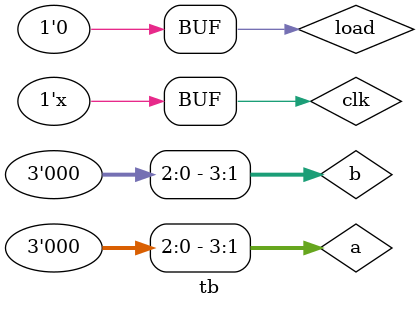
<source format=v>
module tb();
  reg [3:0] a,b;
  reg clk=1,load;
  wire [7:0]out;
  
  multi u0(a,b,clk,out,load);
  
  always
  #5 clk=~clk;
  
  always
  begin
    a=$random;
    b=$random;
    load=1;
    #10
    load=0;
    #50;
  end
  
endmodule
</source>
